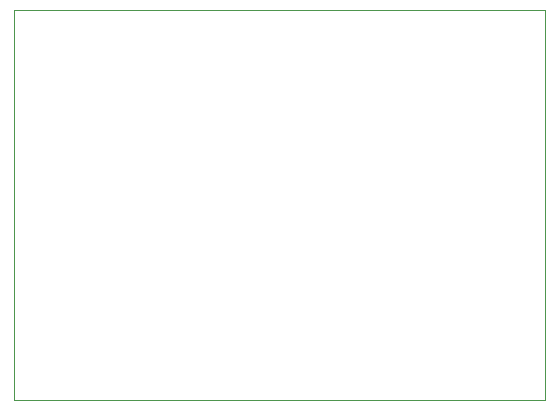
<source format=gbr>
%TF.GenerationSoftware,KiCad,Pcbnew,9.0.0*%
%TF.CreationDate,2025-03-28T18:13:54-04:00*%
%TF.ProjectId,thung,7468756e-672e-46b6-9963-61645f706362,rev?*%
%TF.SameCoordinates,Original*%
%TF.FileFunction,Profile,NP*%
%FSLAX46Y46*%
G04 Gerber Fmt 4.6, Leading zero omitted, Abs format (unit mm)*
G04 Created by KiCad (PCBNEW 9.0.0) date 2025-03-28 18:13:54*
%MOMM*%
%LPD*%
G01*
G04 APERTURE LIST*
%TA.AperFunction,Profile*%
%ADD10C,0.050000*%
%TD*%
G04 APERTURE END LIST*
D10*
X26500000Y-24500000D02*
X71500000Y-24500000D01*
X71500000Y-57500000D01*
X26500000Y-57500000D01*
X26500000Y-24500000D01*
M02*

</source>
